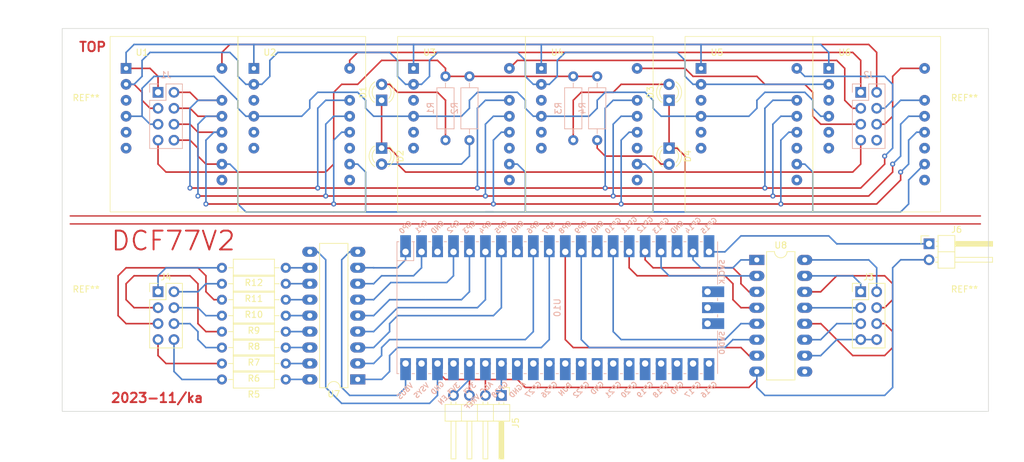
<source format=kicad_pcb>
(kicad_pcb (version 20221018) (generator pcbnew)
  (title_block (comment 4 "AISLER Project ID: VCJXLNYG"))
  (layers (0 "F.Cu" signal) (31 "B.Cu" signal) (34 "B.Paste" user) (35 "F.Paste" user) (36 "B.SilkS" user "B.Silkscreen") (37 "F.SilkS" user "F.Silkscreen") (38 "B.Mask" user) (39 "F.Mask" user) (44 "Edge.Cuts" user))
  (net 0 "")
  (net 1 "/CC7")
  (net 2 "Net-(D1-A)")
  (net 3 "Net-(D2-A)")
  (net 4 "Net-(D3-A)")
  (net 5 "Net-(D4-A)")
  (net 6 "/A")
  (net 7 "/B")
  (net 8 "/C")
  (net 9 "/D")
  (net 10 "/E")
  (net 11 "/F")
  (net 12 "/G")
  (net 13 "/DP")
  (net 14 "/CC1")
  (net 15 "/CC4")
  (net 16 "/CC2")
  (net 17 "/CC5")
  (net 18 "/CC3")
  (net 19 "/CC6")
  (net 21 "/DC1")
  (net 22 "/DC4")
  (net 23 "/DC2")
  (net 24 "/DC5")
  (net 25 "/DC3")
  (net 26 "/DC6")
  (net 27 "/DC7")
  (net 28 "Net-(U7-O8)")
  (net 29 "/DA")
  (net 30 "/DB")
  (net 31 "/DC")
  (net 32 "/DD")
  (net 33 "/DE")
  (net 34 "/DF")
  (net 35 "/DG")
  (net 36 "/DDP")
  (net 37 "Net-(J5-Pin_1)")
  (net 38 "GND")
  (net 39 "Net-(J5-Pin_4)")
  (net 40 "Net-(U7-O1)")
  (net 41 "Net-(U7-O2)")
  (net 42 "Net-(U7-O3)")
  (net 43 "Net-(U7-O4)")
  (net 44 "Net-(U7-O5)")
  (net 45 "Net-(U7-O6)")
  (net 46 "Net-(U7-O7)")
  (net 71 "/GP7")
  (net 72 "/GP8")
  (net 73 "/GP9")
  (net 74 "/GP10")
  (net 75 "/GP11")
  (net 76 "/GP12")
  (net 77 "/GP13")
  (net 78 "/GP14")
  (net 79 "VDD")
  (net 80 "/GP0")
  (net 81 "/GP1")
  (net 82 "/GP2")
  (net 83 "/GP3")
  (net 84 "/GP4")
  (net 85 "/GP5")
  (net 86 "/GP6")
  (net 92 "/GP15")
  (footprint "Resistor_THT:R_Axial_DIN0207_L6.3mm_D2.5mm_P10.16mm_Horizontal" (layer "F.Cu") (at 142.24 121.92 180)
    (fp_text reference "R6")
    (fp_text value "R")
  )
  (footprint "Package_DIP:DIP-18_W7.62mm_LongPads" (layer "F.Cu") (at 153.685 124.45 180)
    (fp_text reference "U7")
    (fp_text value "TBD62783A")
  )
  (footprint "Connector_PinHeader_2.54mm:PinHeader_1x04_P2.54mm_Horizontal" (layer "F.Cu") (at 176.53 127 -90)
    (fp_text reference "J5")
    (fp_text value "Conn_01x04_Pin")
  )
  (footprint "dcf77:SC08-11SWRA" (layer "F.Cu") (at 208.28 74.93)
    (fp_text reference "U5")
    (fp_text value "SC08-11SRWA")
  )
  (footprint "Connector_PinHeader_2.54mm:PinHeader_2x04_P2.54mm_Vertical" (layer "F.Cu") (at 121.92 110.49)
    (fp_text reference "J4")
    (fp_text value "Conn_02x04_Odd_Even")
  )
  (footprint "LED_THT:LED_D3.0mm" (layer "F.Cu") (at 203.2 87.63 -90)
    (fp_text reference "D4")
    (fp_text value "LED")
  )
  (footprint "MountingHole:MountingHole_3.2mm_M3" (layer "F.Cu") (at 110.49 83.82)
    (fp_text reference "REF**")
    (fp_text value "MountingHole_3.2mm_M3")
  )
  (footprint "MountingHole:MountingHole_3.2mm_M3" (layer "F.Cu") (at 250.19 114.3)
    (fp_text reference "REF**")
    (fp_text value "MountingHole_3.2mm_M3")
  )
  (footprint "LED_THT:LED_D3.0mm" (layer "F.Cu") (at 203.2 80.01 90)
    (fp_text reference "D3")
    (fp_text value "LED")
  )
  (footprint "Resistor_THT:R_Axial_DIN0207_L6.3mm_D2.5mm_P10.16mm_Horizontal" (layer "F.Cu") (at 142.24 111.76 180)
    (fp_text reference "R10")
    (fp_text value "R")
  )
  (footprint "Resistor_THT:R_Axial_DIN0207_L6.3mm_D2.5mm_P10.16mm_Horizontal" (layer "F.Cu") (at 142.24 109.22 180)
    (fp_text reference "R11")
    (fp_text value "R")
  )
  (footprint "dcf77:SC08-11SWRA" (layer "F.Cu") (at 137.16 74.93)
    (fp_text reference "U2")
    (fp_text value "SC08-11SRWA")
  )
  (footprint "dcf77:SC08-11SWRA" (layer "F.Cu") (at 116.84 74.93)
    (fp_text reference "U1")
    (fp_text value "SC08-11SRWA")
  )
  (footprint "Resistor_THT:R_Axial_DIN0207_L6.3mm_D2.5mm_P10.16mm_Horizontal" (layer "F.Cu") (at 142.24 119.38 180)
    (fp_text reference "R7")
    (fp_text value "R")
  )
  (footprint "Resistor_THT:R_Axial_DIN0207_L6.3mm_D2.5mm_P10.16mm_Horizontal" (layer "F.Cu") (at 142.24 114.3 180)
    (fp_text reference "R9")
    (fp_text value "R")
  )
  (footprint "MountingHole:MountingHole_3.2mm_M3" (layer "F.Cu") (at 250.19 83.82)
    (fp_text reference "REF**")
    (fp_text value "MountingHole_3.2mm_M3")
  )
  (footprint "dcf77:SC08-11SWRA" (layer "F.Cu") (at 228.6 74.93)
    (fp_text reference "U6")
    (fp_text value "SC08-11SRWA")
  )
  (footprint "Resistor_THT:R_Axial_DIN0207_L6.3mm_D2.5mm_P10.16mm_Horizontal" (layer "F.Cu") (at 142.24 116.84 180)
    (fp_text reference "R8")
    (fp_text value "R")
  )
  (footprint "Connector_PinHeader_2.54mm:PinHeader_2x04_P2.54mm_Vertical" (layer "F.Cu") (at 233.68 110.49)
    (fp_text reference "J3")
    (fp_text value "Conn_02x04_Odd_Even")
  )
  (footprint "Resistor_THT:R_Axial_DIN0207_L6.3mm_D2.5mm_P10.16mm_Horizontal" (layer "F.Cu") (at 142.24 106.68 180)
    (fp_text reference "R12")
    (fp_text value "R")
  )
  (footprint "LED_THT:LED_D3.0mm" (layer "F.Cu") (at 157.48 80.01 90)
    (fp_text reference "D1")
    (fp_text value "LED")
  )
  (footprint "Resistor_THT:R_Axial_DIN0207_L6.3mm_D2.5mm_P10.16mm_Horizontal" (layer "F.Cu") (at 142.24 124.46 180)
    (fp_text reference "R5")
    (fp_text value "R")
  )
  (footprint "dcf77:SC08-11SWRA" (layer "F.Cu") (at 162.56 74.93)
    (fp_text reference "U3")
    (fp_text value "SC08-11SRWA")
  )
  (footprint "LED_THT:LED_D3.0mm" (layer "F.Cu") (at 157.48 87.63 -90)
    (fp_text reference "D2")
    (fp_text value "LED")
  )
  (footprint "Connector_PinHeader_2.54mm:PinHeader_1x02_P2.54mm_Horizontal" (layer "F.Cu") (at 244.545 102.865)
    (fp_text reference "J6")
    (fp_text value "Conn_01x02")
  )
  (footprint "MountingHole:MountingHole_3.2mm_M3" (layer "F.Cu") (at 110.49 114.3)
    (fp_text reference "REF**")
    (fp_text value "MountingHole_3.2mm_M3")
  )
  (footprint "Package_DIP:DIP-16_W7.62mm_LongPads" (layer "F.Cu") (at 217.155 105.425)
    (fp_text reference "U8")
    (fp_text value "ULN2003A")
  )
  (footprint "dcf77:SC08-11SWRA" (layer "F.Cu") (at 182.88 74.93)
    (fp_text reference "U4")
    (fp_text value "SC08-11SRWA")
  )
  (footprint "Resistor_THT:R_Axial_DIN0207_L6.3mm_D2.5mm_P10.16mm_Horizontal" (layer "B.Cu") (at 167.64 76.2 -90)
    (fp_text reference "R1")
    (fp_text value "R")
  )
  (footprint "Resistor_THT:R_Axial_DIN0207_L6.3mm_D2.5mm_P10.16mm_Horizontal" (layer "B.Cu") (at 187.96 76.2 -90)
    (fp_text reference "R3")
    (fp_text value "R")
  )
  (footprint "Resistor_THT:R_Axial_DIN0207_L6.3mm_D2.5mm_P10.16mm_Horizontal" (layer "B.Cu") (at 191.77 76.2 -90)
    (fp_text reference "R4")
    (fp_text value "R")
  )
  (footprint "Connector_PinSocket_2.54mm:PinSocket_2x04_P2.54mm_Vertical" (layer "B.Cu") (at 121.92 78.74 180)
    (fp_text reference "J1")
    (fp_text value "Conn_02x04_Odd_Even")
  )
  (footprint "MCU_RaspberryPi_and_Boards:RPi_Pico_SMD_TH" (layer "B.Cu") (at 185.42 113.03 -90)
    (fp_text reference "U10")
    (fp_text value "Pico")
  )
  (footprint "Connector_PinSocket_2.54mm:PinSocket_2x04_P2.54mm_Vertical" (layer "B.Cu") (at 233.68 78.74 180)
    (fp_text reference "J2")
    (fp_text value "Conn_02x04_Odd_Even")
  )
  (footprint "Resistor_THT:R_Axial_DIN0207_L6.3mm_D2.5mm_P10.16mm_Horizontal" (layer "B.Cu") (at 171.45 76.2 -90)
    (fp_text reference "R2")
    (fp_text value "R")
  )
  (gr_line (start 107.95 98.425) (end 252.73 98.425) (stroke (width 0.2)) (layer "F.Cu"))
  (gr_line (start 107.95 99.695) (end 252.73 99.695) (stroke (width 0.2)) (layer "F.Cu"))
  (gr_rect (start 106.68 68.58) (end 254 129.54) (stroke (width 0.1)) (fill none) (layer "Edge.Cuts"))
  (gr_text "DCF77V2" (at 114.3 104.14) (layer "F.Cu") (effects (font (size 3 3) (thickness 0.3) bold) (justify left bottom)))
  (gr_text "2023-11/ka" (at 114.3 128.27) (layer "F.Cu") (effects (font (size 1.5 1.5) (thickness 0.3) bold) (justify left bottom)))
  (gr_text "TOP" (at 109.22 72.39) (layer "F.Cu") (effects (font (size 1.5 1.5) (thickness 0.3) bold) (justify left bottom)))
  (segment (start 158.75 87.63) (end 157.48 87.63) (width 0.25) (layer "F.Cu") (net 1))
  (segment (start 205.74 91.44) (end 161.29 91.44) (width 0.25) (layer "F.Cu") (net 1))
  (segment (start 233.68 86.36) (end 233.68 90.17) (width 0.25) (layer "F.Cu") (net 1))
  (segment (start 205.74 88.9) (end 205.74 91.44) (width 0.25) (layer "F.Cu") (net 1))
  (segment (start 160.02 88.9) (end 158.75 87.63) (width 0.25) (layer "F.Cu") (net 1))
  (segment (start 160.02 90.17) (end 160.02 88.9) (width 0.25) (layer "F.Cu") (net 1))
  (segment (start 203.2 87.63) (end 204.47 87.63) (width 0.25) (layer "F.Cu") (net 1))
  (segment (start 161.29 91.44) (end 160.02 90.17) (width 0.25) (layer "F.Cu") (net 1))
  (segment (start 203.2 80.01) (end 203.2 87.63) (width 0.25) (layer "F.Cu") (net 1))
  (segment (start 157.48 87.63) (end 157.48 80.01) (width 0.25) (layer "F.Cu") (net 1))
  (segment (start 204.47 87.63) (end 205.74 88.9) (width 0.25) (layer "F.Cu") (net 1))
  (segment (start 232.41 91.44) (end 205.74 91.44) (width 0.25) (layer "F.Cu") (net 1))
  (segment (start 233.68 90.17) (end 232.41 91.44) (width 0.25) (layer "F.Cu") (net 1))
  (segment (start 167.64 80.01) (end 166.37 78.74) (width 0.25) (layer "F.Cu") (net 2))
  (segment (start 160.02 78.74) (end 158.75 77.47) (width 0.25) (layer "F.Cu") (net 2))
  (segment (start 167.64 86.36) (end 167.64 80.01) (width 0.25) (layer "F.Cu") (net 2))
  (segment (start 166.37 78.74) (end 160.02 78.74) (width 0.25) (layer "F.Cu") (net 2))
  (segment (start 158.75 77.47) (end 157.48 77.47) (width 0.25) (layer "F.Cu") (net 2))
  (segment (start 171.45 86.36) (end 171.45 88.9) (width 0.25) (layer "B.Cu") (net 3))
  (segment (start 171.45 88.9) (end 170.18 90.17) (width 0.25) (layer "B.Cu") (net 3))
  (segment (start 170.18 90.17) (end 157.48 90.17) (width 0.25) (layer "B.Cu") (net 3))
  (segment (start 187.96 80.01) (end 187.96 86.36) (width 0.25) (layer "F.Cu") (net 4))
  (segment (start 195.58 77.47) (end 194.31 78.74) (width 0.25) (layer "F.Cu") (net 4))
  (segment (start 189.23 78.74) (end 187.96 80.01) (width 0.25) (layer "F.Cu") (net 4))
  (segment (start 194.31 78.74) (end 189.23 78.74) (width 0.25) (layer "F.Cu") (net 4))
  (segment (start 203.2 77.47) (end 195.58 77.47) (width 0.25) (layer "F.Cu") (net 4))
  (segment (start 203.2 90.17) (end 201.93 90.17) (width 0.25) (layer "F.Cu") (net 5))
  (segment (start 191.77 87.63) (end 191.77 86.36) (width 0.25) (layer "F.Cu") (net 5))
  (segment (start 193.04 88.9) (end 191.77 87.63) (width 0.25) (layer "F.Cu") (net 5))
  (segment (start 201.93 90.17) (end 200.66 88.9) (width 0.25) (layer "F.Cu") (net 5))
  (segment (start 200.66 88.9) (end 193.04 88.9) (width 0.25) (layer "F.Cu") (net 5))
  (segment (start 121.92 76.2) (end 120.65 74.93) (width 0.25) (layer "F.Cu") (net 6))
  (segment (start 120.65 74.93) (end 116.84 74.93) (width 0.25) (layer "F.Cu") (net 6))
  (segment (start 121.92 78.74) (end 121.92 76.2) (width 0.25) (layer "F.Cu") (net 6))
  (segment (start 208.28 74.93) (end 208.28 71.12) (width 0.25) (layer "B.Cu") (net 6))
  (segment (start 162.56 71.12) (end 137.16 71.12) (width 0.25) (layer "B.Cu") (net 6))
  (segment (start 228.6 74.93) (end 228.6 72.39) (width 0.25) (layer "B.Cu") (net 6))
  (segment (start 116.84 72.39) (end 116.84 74.93) (width 0.25) (layer "B.Cu") (net 6))
  (segment (start 228.6 72.39) (end 227.33 71.12) (width 0.25) (layer "B.Cu") (net 6))
  (segment (start 137.16 71.12) (end 118.11 71.12) (width 0.25) (layer "B.Cu") (net 6))
  (segment (start 208.28 71.12) (end 162.56 71.12) (width 0.25) (layer "B.Cu") (net 6))
  (segment (start 227.33 71.12) (end 208.28 71.12) (width 0.25) (layer "B.Cu") (net 6))
  (segment (start 137.16 74.93) (end 137.16 71.12) (width 0.25) (layer "B.Cu") (net 6))
  (segment (start 162.56 74.93) (end 162.56 71.12) (width 0.25) (layer "B.Cu") (net 6))
  (segment (start 118.11 71.12) (end 116.84 72.39) (width 0.25) (layer "B.Cu") (net 6))
  (segment (start 182.88 74.93) (end 182.88 71.12) (width 0.25) (layer "B.Cu") (net 6))
  (segment (start 193.04 93.98) (end 172.72 93.98) (width 0.25) (layer "F.Cu") (net 7))
  (segment (start 127 78.74) (end 128.27 80.01) (width 0.25) (layer "F.Cu") (net 7))
  (segment (start 147.32 93.98) (end 172.72 93.98) (width 0.25) (layer "F.Cu") (net 7))
  (segment (start 127 93.98) (end 147.32 93.98) (width 0.25) (layer "F.Cu") (net 7))
  (segment (start 237.49 88.9) (end 237.49 90.17) (width 0.25) (layer "F.Cu") (net 7))
  (segment (start 128.27 80.01) (end 132.08 80.01) (width 0.25) (layer "F.Cu") (net 7))
  (segment (start 233.68 93.98) (end 218.44 93.98) (width 0.25) (layer "F.Cu") (net 7))
  (segment (start 237.49 90.17) (end 233.68 93.98) (width 0.25) (layer "F.Cu") (net 7))
  (segment (start 124.46 78.74) (end 127 78.74) (width 0.25) (layer "F.Cu") (net 7))
  (segment (start 218.44 93.98) (end 193.04 93.98) (width 0.25) (layer "F.Cu") (net 7))
  (via (at 218.44 93.98) (size 0.8) (drill 0.4) (layers "F.Cu" "B.Cu") (net 7))
  (via (at 172.72 93.98) (size 0.8) (drill 0.4) (layers "F.Cu" "B.Cu") (net 7))
  (via (at 127 93.98) (size 0.8) (drill 0.4) (layers "F.Cu" "B.Cu") (net 7))
  (via (at 193.04 93.98) (size 0.8) (drill 0.4) (layers "F.Cu" "B.Cu") (net 7))
  (via (at 147.32 93.98) (size 0.8) (drill 0.4) (layers "F.Cu" "B.Cu") (net 7))
  (via (at 237.49 88.9) (size 0.8) (drill 0.4) (layers "F.Cu" "B.Cu") (net 7))
  (segment (start 238.76 87.63) (end 238.76 81.28) (width 0.25) (layer "B.Cu") (net 7))
  (segment (start 198.12 80.01) (end 194.31 80.01) (width 0.25) (layer "B.Cu") (net 7))
  (segment (start 173.99 80.01) (end 172.72 81.28) (width 0.25) (layer "B.Cu") (net 7))
  (segment (start 148.59 80.01) (end 147.32 81.28) (width 0.25) (layer "B.Cu") (net 7))
  (segment (start 223.52 80.01) (end 219.71 80.01) (width 0.25) (layer "B.Cu") (net 7))
  (segment (start 132.08 80.01) (end 128.27 80.01) (width 0.25) (layer "B.Cu") (net 7))
  (segment (start 152.4 80.01) (end 148.59 80.01) (width 0.25) (layer "B.Cu") (net 7))
  (segment (start 238.76 81.28) (end 240.03 80.01) (width 0.25) (layer "B.Cu") (net 7))
  (segment (start 128.27 80.01) (end 127 81.28) (width 0.25) (layer "B.Cu") (net 7))
  (segment (start 194.31 80.01) (end 193.04 81.28) (width 0.25) (layer "B.Cu") (net 7))
  (segment (start 193.04 81.28) (end 193.04 93.98) (width 0.25) (layer "B.Cu") (net 7))
  (segment (start 147.32 81.28) (end 147.32 93.98) (width 0.25) (layer "B.Cu") (net 7))
  (segment (start 240.03 80.01) (end 243.84 80.01) (width 0.25) (layer "B.Cu") (net 7))
  (segment (start 219.71 80.01) (end 218.44 81.28) (width 0.25) (layer "B.Cu") (net 7))
  (segment (start 237.49 88.9) (end 238.76 87.63) (width 0.25) (layer "B.Cu") (net 7))
  (segment (start 127 81.28) (end 127 93.98) (width 0.25) (layer "B.Cu") (net 7))
  (segment (start 172.72 81.28) (end 172.72 93.98) (width 0.25) (layer "B.Cu") (net 7))
  (segment (start 177.8 80.01) (end 173.99 80.01) (width 0.25) (layer "B.Cu") (net 7))
  (segment (start 218.44 81.28) (end 218.44 93.98) (width 0.25) (layer "B.Cu") (net 7))
  (segment (start 220.98 96.52) (end 195.58 96.52) (width 0.25) (layer "F.Cu") (net 8))
  (segment (start 127 83.82) (end 128.27 85.09) (width 0.25) (layer "F.Cu") (net 8))
  (segment (start 236.22 96.52) (end 220.98 96.52) (width 0.25) (layer "F.Cu") (net 8))
  (segment (start 240.03 92.71) (end 236.22 96.52) (width 0.25) (layer "F.Cu") (net 8))
  (segment (start 195.58 96.52) (end 175.26 96.52) (width 0.25) (layer "F.Cu") (net 8))
  (segment (start 240.03 91.44) (end 240.03 92.71) (width 0.25) (layer "F.Cu") (net 8))
  (segment (start 149.86 96.52) (end 175.26 96.52) (width 0.25) (layer "F.Cu") (net 8))
  (segment (start 124.46 83.82) (end 127 83.82) (width 0.25) (layer "F.Cu") (net 8))
  (segment (start 129.54 96.52) (end 149.86 96.52) (width 0.25) (layer "F.Cu") (net 8))
  (segment (start 128.27 85.09) (end 132.08 85.09) (width 0.25) (layer "F.Cu") (net 8))
  (via (at 129.54 96.52) (size 0.8) (drill 0.4) (layers "F.Cu" "B.Cu") (net 8))
  (via (at 220.98 96.52) (size 0.8) (drill 0.4) (layers "F.Cu" "B.Cu") (net 8))
  (via (at 195.58 96.52) (size 0.8) (drill 0.4) (layers "F.Cu" "B.Cu") (net 8))
  (via (at 149.86 96.52) (size 0.8) (drill 0.4) (layers "F.Cu" "B.Cu") (net 8))
  (via (at 240.03 91.44) (size 0.8) (drill 0.4) (layers "F.Cu" "B.Cu") (net 8))
  (via (at 175.26 96.52) (size 0.8) (drill 0.4) (layers "F.Cu" "B.Cu") (net 8))
  (segment (start 129.54 86.36) (end 129.54 96.52) (width 0.25) (layer "B.Cu") (net 8))
  (segment (start 132.08 85.09) (end 130.81 85.09) (width 0.25) (layer "B.Cu") (net 8))
  (segment (start 198.12 85.09) (end 196.85 85.09) (width 0.25) (layer "B.Cu") (net 8))
  (segment (start 220.98 96.52) (end 220.98 86.36) (width 0.25) (layer "B.Cu") (net 8))
  (segment (start 152.4 85.09) (end 151.13 85.09) (width 0.25) (layer "B.Cu") (net 8))
  (segment (start 176.53 85.09) (end 175.26 86.36) (width 0.25) (layer "B.Cu") (net 8))
  (segment (start 220.98 86.36) (end 222.25 85.09) (width 0.25) (layer "B.Cu") (net 8))
  (segment (start 175.26 86.36) (end 175.26 96.52) (width 0.25) (layer "B.Cu") (net 8))
  (segment (start 196.85 85.09) (end 195.58 86.36) (width 0.25) (layer "B.Cu") (net 8))
  (segment (start 242.57 85.09) (end 243.84 85.09) (width 0.25) (layer "B.Cu") (net 8))
  (segment (start 195.58 86.36) (end 195.58 96.52) (width 0.25) (layer "B.Cu") (net 8))
  (segment (start 222.25 85.09) (end 223.52 85.09) (width 0.25) (layer "B.Cu") (net 8))
  (segment (start 177.8 85.09) (end 176.53 85.09) (width 0.25) (layer "B.Cu") (net 8))
  (segment (start 241.3 86.36) (end 242.57 85.09) (width 0.25) (layer "B.Cu") (net 8))
  (segment (start 240.03 91.44) (end 241.3 90.17) (width 0.25) (layer "B.Cu") (net 8))
  (segment (start 151.13 85.09) (end 149.86 86.36) (width 0.25) (layer "B.Cu") (net 8))
  (segment (start 149.86 86.36) (end 149.86 96.52) (width 0.25) (layer "B.Cu") (net 8))
  (segment (start 241.3 90.17) (end 241.3 86.36) (width 0.25) (layer "B.Cu") (net 8))
  (segment (start 130.81 85.09) (end 129.54 86.36) (width 0.25) (layer "B.Cu") (net 8))
  (segment (start 128.27 88.9) (end 129.54 90.17) (width 0.25) (layer "F.Cu") (net 9))
  (segment (start 129.54 90.17) (end 132.08 90.17) (width 0.25) (layer "F.Cu") (net 9))
  (segment (start 127 86.36) (end 128.27 87.63) (width 0.25) (layer "F.Cu") (net 9))
  (segment (start 128.27 87.63) (end 128.27 88.9) (width 0.25) (layer "F.Cu") (net 9))
  (segment (start 124.46 86.36) (end 127 86.36) (width 0.25) (layer "F.Cu") (net 9))
  (segment (start 240.03 97.79) (end 241.3 96.52) (width 0.25) (layer "B.Cu") (net 9))
  (segment (start 154.94 97.79) (end 149.86 97.79) (width 0.25) (layer "B.Cu") (net 9))
  (segment (start 226.06 97.79) (end 240.03 97.79) (width 0.25) (layer "B.Cu") (net 9))
  (segment (start 200.66 97.79) (end 201.93 97.79) (width 0.25) (layer "B.Cu") (net 9))
  (segment (start 226.06 97.79) (end 195.58 97.79) (width 0.25) (layer "B.Cu") (net 9))
  (segment (start 199.39 90.17) (end 200.66 91.44) (width 0.25) (layer "B.Cu") (net 9))
  (segment (start 154.94 91.44) (end 154.94 97.79) (width 0.25) (layer "B.Cu") (net 9))
  (segment (start 226.06 91.44) (end 226.06 97.79) (width 0.25) (layer "B.Cu") (net 9))
  (segment (start 177.8 90.17) (end 179.07 90.17) (width 0.25) (layer "B.Cu") (net 9))
  (segment (start 180.34 97.79) (end 154.94 97.79) (width 0.25) (layer "B.Cu") (net 9))
  (segment (start 135.89 97.79) (end 134.62 96.52) (width 0.25) (layer "B.Cu") (net 9))
  (segment (start 224.79 90.17) (end 226.06 91.44) (width 0.25) (layer "B.Cu") (net 9))
  (segment (start 198.12 90.17) (end 199.39 90.17) (width 0.25) (layer "B.Cu") (net 9))
  (segment (start 180.34 91.44) (end 180.34 97.79) (width 0.25) (layer "B.Cu") (net 9))
  (segment (start 223.52 90.17) (end 224.79 90.17) (width 0.25) (layer "B.Cu") (net 9))
  (segment (start 200.66 91.44) (end 200.66 97.79) (width 0.25) (layer "B.Cu") (net 9))
  (segment (start 133.35 90.17) (end 132.08 90.17) (width 0.25) (layer "B.Cu") (net 9))
  (segment (start 134.62 96.52) (end 134.62 91.44) (width 0.25) (layer "B.Cu") (net 9))
  (segment (start 153.67 90.17) (end 154.94 91.44) (width 0.25) (layer "B.Cu") (net 9))
  (segment (start 152.4 90.17) (end 153.67 90.17) (width 0.25) (layer "B.Cu") (net 9))
  (segment (start 241.3 96.52) (end 241.3 92.71) (width 0.25) (layer "B.Cu") (net 9))
  (segment (start 195.58 97.79) (end 180.34 97.79) (width 0.25) (layer "B.Cu") (net 9))
  (segment (start 179.07 90.17) (end 180.34 91.44) (width 0.25) (layer "B.Cu") (net 9))
  (segment (start 149.86 97.79) (end 135.89 97.79) (width 0.25) (layer "B.Cu") (net 9))
  (segment (start 175.26 97.79) (end 173.99 97.79) (width 0.25) (layer "B.Cu") (net 9))
  (segment (start 134.62 91.44) (end 133.35 90.17) (width 0.25) (layer "B.Cu") (net 9))
  (segment (start 241.3 92.71) (end 243.84 90.17) (width 0.25) (layer "B.Cu") (net 9))
  (segment (start 201.93 82.55) (end 200.66 81.28) (width 0.25) (layer "B.Cu") (net 10))
  (segment (start 154.94 81.28) (end 154.94 80.01) (width 0.25) (layer "B.Cu") (net 10))
  (segment (start 228.6 82.55) (end 227.33 82.55) (width 0.25) (layer "B.Cu") (net 10))
  (segment (start 191.77 81.28) (end 190.5 82.55) (width 0.25) (layer "B.Cu") (net 10))
  (segment (start 181.61 82.55) (end 180.34 81.28) (width 0.25) (layer "B.Cu") (net 10))
  (segment (start 134.62 81.28) (end 134.62 80.01) (width 0.25) (layer "B.Cu") (net 10))
  (segment (start 119.38 82.55) (end 116.84 82.55) (width 0.25) (layer "B.Cu") (net 10))
  (segment (start 146.05 81.28) (end 144.78 82.55) (width 0.25) (layer "B.Cu") (net 10))
  (segment (start 172.72 78.74) (end 171.45 80.01) (width 0.25) (layer "B.Cu") (net 10))
  (segment (start 217.17 81.28) (end 215.9 82.55) (width 0.25) (layer "B.Cu") (net 10))
  (segment (start 147.32 78.74) (end 146.05 80.01) (width 0.25) (layer "B.Cu") (net 10))
  (segment (start 215.9 82.55) (end 208.28 82.55) (width 0.25) (layer "B.Cu") (net 10))
  (segment (start 156.21 82.55) (end 154.94 81.28) (width 0.25) (layer "B.Cu") (net 10))
  (segment (start 180.34 81.28) (end 180.34 80.01) (width 0.25) (layer "B.Cu") (net 10))
  (segment (start 200.66 81.28) (end 200.66 80.01) (width 0.25) (layer "B.Cu") (net 10))
  (segment (start 200.66 80.01) (end 199.39 78.74) (width 0.25) (layer "B.Cu") (net 10))
  (segment (start 144.78 82.55) (end 137.16 82.55) (width 0.25) (layer "B.Cu") (net 10))
  (segment (start 191.77 80.01) (end 191.77 81.28) (width 0.25) (layer "B.Cu") (net 10))
  (segment (start 162.56 82.55) (end 156.21 82.55) (width 0.25) (layer "B.Cu") (net 10))
  (segment (start 171.45 81.28) (end 170.18 82.55) (width 0.25) (layer "B.Cu") (net 10))
  (segment (start 208.28 82.55) (end 201.93 82.55) (width 0.25) (layer "B.Cu") (net 10))
  (segment (start 224.79 78.74) (end 218.44 78.74) (width 0.25) (layer "B.Cu") (net 10))
  (segment (start 135.89 82.55) (end 134.62 81.28) (width 0.25) (layer "B.Cu") (net 10))
  (segment (start 199.39 78.74) (end 193.04 78.74) (width 0.25) (layer "B.Cu") (net 10))
  (segment (start 193.04 78.74) (end 191.77 80.01) (width 0.25) (layer "B.Cu") (net 10))
  (segment (start 153.67 78.74) (end 147.32 78.74) (width 0.25) (layer "B.Cu") (net 10))
  (segment (start 179.07 78.74) (end 172.72 78.74) (width 0.25) (layer "B.Cu") (net 10))
  (segment (start 130.81 76.2) (end 121.286396 76.2) (width 0.25) (layer "B.Cu") (net 10))
  (segment (start 227.33 82.55) (end 226.06 81.28) (width 0.25) (layer "B.Cu") (net 10))
  (segment (start 119.38 78.106396) (end 119.38 82.55) (width 0.25) (layer "B.Cu") (net 10))
  (segment (start 154.94 80.01) (end 153.67 78.74) (width 0.25) (layer "B.Cu") (net 10))
  (segment (start 226.06 81.28) (end 226.06 80.01) (width 0.25) (layer "B.Cu") (net 10))
  (segment (start 121.286396 76.2) (end 119.38 78.106396) (width 0.25) (layer "B.Cu") (net 10))
  (segment (start 137.16 82.55) (end 135.89 82.55) (width 0.25) (layer "B.Cu") (net 10))
  (segment (start 120.65 83.82) (end 119.38 82.55) (width 0.25) (layer "B.Cu") (net 10))
  (segment (start 182.88 82.55) (end 181.61 82.55) (width 0.25) (layer "B.Cu") (net 10))
  (segment (start 146.05 80.01) (end 146.05 81.28) (width 0.25) (layer "B.Cu") (net 10))
  (segment (start 121.92 83.82) (end 120.65 83.82) (width 0.25) (layer "B.Cu") (net 10))
  (segment (start 218.44 78.74) (end 217.17 80.01) (width 0.25) (layer "B.Cu") (net 10))
  (segment (start 226.06 80.01) (end 224.79 78.74) (width 0.25) (layer "B.Cu") (net 10))
  (segment (start 217.17 80.01) (end 217.17 81.28) (width 0.25) (layer "B.Cu") (net 10))
  (segment (start 190.5 82.55) (end 182.88 82.55) (width 0.25) (layer "B.Cu") (net 10))
  (segment (start 180.34 80.01) (end 179.07 78.74) (width 0.25) (layer "B.Cu") (net 10))
  (segment (start 134.62 80.01) (end 130.81 76.2) (width 0.25) (layer "B.Cu") (net 10))
  (segment (start 171.45 80.01) (end 171.45 81.28) (width 0.25) (layer "B.Cu") (net 10))
  (segment (start 170.18 82.55) (end 162.56 82.55) (width 0.25) (layer "B.Cu") (net 10))
  (segment (start 119.38 80.01) (end 119.38 78.74) (width 0.25) (layer "F.Cu") (net 11))
  (segment (start 118.11 77.47) (end 116.84 77.47) (width 0.25) (layer "F.Cu") (net 11))
  (segment (start 120.65 81.28) (end 119.38 80.01) (width 0.25) (layer "F.Cu") (net 11))
  (segment (start 119.38 78.74) (end 118.11 77.47) (width 0.25) (layer "F.Cu") (net 11))
  (segment (start 121.92 81.28) (end 120.65 81.28) (width 0.25) (layer "F.Cu") (net 11))
  (segment (start 140.97 72.39) (end 158.75 72.39) (width 0.25) (layer "B.Cu") (net 11))
  (segment (start 180.34 76.2) (end 180.34 73.66) (width 0.25) (layer "B.Cu") (net 11))
  (segment (start 133.35 72.39) (end 134.62 73.66) (width 0.25) (layer "B.Cu") (net 11))
  (segment (start 118.11 77.47) (end 119.38 76.2) (width 0.25) (layer "B.Cu") (net 11))
  (segment (start 139.7 73.66) (end 140.97 72.39) (width 0.25) (layer "B.Cu") (net 11))
  (segment (start 160.02 73.66) (end 160.02 76.2) (width 0.25) (layer "B.Cu") (net 11))
  (segment (start 185.42 73.66) (end 185.42 76.2) (width 0.25) (layer "B.Cu") (net 11))
  (segment (start 181.61 77.47) (end 180.34 76.2) (width 0.25) (layer "B.Cu") (net 11))
  (segment (start 135.89 77.47) (end 137.16 77.47) (width 0.25) (layer "B.Cu") (net 11))
  (segment (start 228.6 77.47) (end 208.28 77.47) (width 0.25) (layer "B.Cu") (net 11))
  (segment (start 116.84 77.47) (end 118.11 77.47) (width 0.25) (layer "B.Cu") (net 11))
  (segment (start 134.62 76.2) (end 135.89 77.47) (width 0.25) (layer "B.Cu") (net 11))
  (segment (start 207.01 77.47) (end 205.74 76.2) (width 0.25) (layer "B.Cu") (net 11))
  (segment (start 208.28 77.47) (end 207.01 77.47) (width 0.25) (layer "B.Cu") (net 11))
  (segment (start 186.69 72.39) (end 185.42 73.66) (width 0.25) (layer "B.Cu") (net 11))
  (segment (start 165.1 73.66) (end 165.1 76.2) (width 0.25) (layer "B.Cu") (net 11))
  (segment (start 179.07 72.39) (end 166.37 72.39) (width 0.25) (layer "B.Cu") (net 11))
  (segment (start 205.74 76.2) (end 205.74 73.66) (width 0.25) (layer "B.Cu") (net 11))
  (segment (start 161.29 77.47) (end 162.56 77.47) (width 0.25) (layer "B.Cu") (net 11))
  (segment (start 163.83 77.47) (end 162.56 77.47) (width 0.25) (layer "B.Cu") (net 11))
  (segment (start 165.1 76.2) (end 163.83 77.47) (width 0.25) (layer "B.Cu") (net 11))
  (segment (start 166.37 72.39) (end 165.1 73.66) (width 0.25) (layer "B.Cu") (net 11))
  (segment (start 185.42 76.2) (end 184.15 77.47) (width 0.25) (layer "B.Cu") (net 11))
  (segment (start 182.88 77.47) (end 181.61 77.47) (width 0.25) (layer "B.Cu") (net 11))
  (segment (start 158.75 72.39) (end 160.02 73.66) (width 0.25) (layer "B.Cu") (net 11))
  (segment (start 119.38 73.66) (end 120.65 72.39) (width 0.25) (layer "B.Cu") (net 11))
  (segment (start 134.62 73.66) (end 134.62 76.2) (width 0.25) (layer "B.Cu") (net 11))
  (segment (start 119.38 76.2) (end 119.38 73.66) (width 0.25) (layer "B.Cu") (net 11))
  (segment (start 120.65 72.39) (end 133.35 72.39) (width 0.25) (layer "B.Cu") (net 11))
  (segment (start 205.74 73.66) (end 204.47 72.39) (width 0.25) (layer "B.Cu") (net 11))
  (segment (start 184.15 77.47) (end 182.88 77.47) (width 0.25) (layer "B.Cu") (net 11))
  (segment (start 180.34 73.66) (end 179.07 72.39) (width 0.25) (layer "B.Cu") (net 11))
  (segment (start 138.43 77.47) (end 139.7 76.2) (width 0.25) (layer "B.Cu") (net 11))
  (segment (start 204.47 72.39) (end 186.69 72.39) (width 0.25) (layer "B.Cu") (net 11))
  (segment (start 160.02 76.2) (end 161.29 77.47) (width 0.25) (layer "B.Cu") (net 11))
  (segment (start 137.16 77.47) (end 138.43 77.47) (width 0.25) (layer "B.Cu") (net 11))
  (segment (start 139.7 76.2) (end 139.7 73.66) (width 0.25) (layer "B.Cu") (net 11))
  (segment (start 124.46 81.28) (end 127 81.28) (width 0.25) (layer "F.Cu") (net 12))
  (segment (start 173.99 95.25) (end 194.31 95.25) (width 0.25) (layer "F.Cu") (net 12))
  (segment (start 238.76 90.17) (end 238.76 91.44) (width 0.25) (layer "F.Cu") (net 12))
  (segment (start 194.31 95.25) (end 219.71 95.25) (width 0.25) (layer "F.Cu") (net 12))
  (segment (start 127 81.28) (end 128.27 82.55) (width 0.25) (layer "F.Cu") (net 12))
  (segment (start 148.59 95.25) (end 173.99 95.25) (width 0.25) (layer "F.Cu") (net 12))
  (segment (start 238.76 91.44) (end 234.95 95.25) (width 0.25) (layer "F.Cu") (net 12))
  (segment (start 128.27 95.25) (end 148.59 95.25) (width 0.25) (layer "F.Cu") (net 12))
  (segment (start 234.95 95.25) (end 219.71 95.25) (width 0.25) (layer "F.Cu") (net 12))
  (segment (start 128.27 82.55) (end 132.08 82.55) (width 0.25) (layer "F.Cu") (net 12))
  (via (at 194.31 95.25) (size 0.8) (drill 0.4) (layers "F.Cu" "B.Cu") (net 12))
  (via (at 148.59 95.25) (size 0.8) (drill 0.4) (layers "F.Cu" "B.Cu") (net 12))
  (via (at 238.76 90.17) (size 0.8) (drill 0.4) (layers "F.Cu" "B.Cu") (net 12))
  (via (at 219.71 95.25) (size 0.8) (drill 0.4) (layers "F.Cu" "B.Cu") (net 12))
  (via (at 128.27 95.25) (size 0.8) (drill 0.4) (layers "F.Cu" "B.Cu") (net 12))
  (via (at 173.99 95.25) (size 0.8) (drill 0.4) (layers "F.Cu" "B.Cu") (net 12))
  (segment (start 177.8 82.55) (end 175.26 82.55) (width 0.25) (layer "B.Cu") (net 12))
  (segment (start 195.58 82.55) (end 194.31 83.82) (width 0.25) (layer "B.Cu") (net 12))
  (segment (start 220.98 82.55) (end 219.71 83.82) (width 0.25) (layer "B.Cu") (net 12))
  (segment (start 128.27 83.82) (end 128.27 95.25) (width 0.25) (layer "B.Cu") (net 12))
  (segment (start 198.12 82.55) (end 195.58 82.55) (width 0.25) (layer "B.Cu") (net 12))
  (segment (start 240.03 83.82) (end 241.3 82.55) (width 0.25) (layer "B.Cu") (net 12))
  (segment (start 238.76 90.17) (end 240.03 88.9) (width 0.25) (layer "B.Cu") (net 12))
  (segment (start 219.71 83.82) (end 219.71 95.25) (width 0.25) (layer "B.Cu") (net 12))
  (segment (start 175.26 82.55) (end 173.99 83.82) (width 0.25) (layer "B.Cu") (net 12))
  (segment (start 152.4 82.55) (end 149.86 82.55) (width 0.25) (layer "B.Cu") (net 12))
  (segment (start 173.99 83.82) (end 173.99 95.25) (width 0.25) (layer "B.Cu") (net 12))
  (segment (start 223.52 82.55) (end 220.98 82.55) (width 0.25) (layer "B.Cu") (net 12))
  (segment (start 194.31 83.82) (end 194.31 95.25) (width 0.25) (layer "B.Cu") (net 12))
  (segment (start 148.59 83.82) (end 148.59 95.25) (width 0.25) (layer "B.Cu") (net 12))
  (segment (start 132.08 82.55) (end 129.54 82.55) (width 0.25) (layer "B.Cu") (net 12))
  (segment (start 129.54 82.55) (end 128.27 83.82) (width 0.25) (layer "B.Cu") (net 12))
  (segment (start 241.3 82.55) (end 243.84 82.55) (width 0.25) (layer "B.Cu") (net 12))
  (segment (start 149.86 82.55) (end 148.59 83.82) (width 0.25) (layer "B.Cu") (net 12))
  (segment (start 240.03 88.9) (end 240.03 83.82) (width 0.25) (layer "B.Cu") (net 12))
  (segment (start 167.64 74.93) (end 166.37 73.66) (width 0.25) (layer "F.Cu") (net 13))
  (segment (start 171.45 76.2) (end 167.64 76.2) (width 0.25) (layer "F.Cu") (net 13))
  (segment (start 166.37 73.66) (end 157.48 73.66) (width 0.25) (layer "F.Cu") (net 13))
  (segment (start 157.48 73.66) (end 153.67 77.47) (width 0.25) (layer "F.Cu") (net 13))
  (segment (start 148.59 91.44) (end 123.19 91.44) (width 0.25) (layer "F.Cu") (net 13))
  (segment (start 149.86 90.17) (end 148.59 91.44) (width 0.25) (layer "F.Cu") (net 13))
  (segment (start 153.67 77.47) (end 151.13 77.47) (width 0.25) (layer "F.Cu") (net 13))
  (segment (start 149.86 78.74) (end 149.86 90.17) (width 0.25) (layer "F.Cu") (net 13))
  (segment (start 191.77 76.2) (end 187.96 76.2) (width 0.25) (layer "F.Cu") (net 13))
  (segment (start 187.96 76.2) (end 171.45 76.2) (width 0.25) (layer "F.Cu") (net 13))
  (segment (start 167.64 76.2) (end 167.64 74.93) (width 0.25) (layer "F.Cu") (net 13))
  (segment (start 121.92 90.17) (end 121.92 86.36) (width 0.25) (layer "F.Cu") (net 13))
  (segment (start 151.13 77.47) (end 149.86 78.74) (width 0.25) (layer "F.Cu") (net 13))
  (segment (start 123.19 91.44) (end 121.92 90.17) (width 0.25) (layer "F.Cu") (net 13))
  (segment (start 236.22 72.39) (end 234.95 71.12) (width 0.25) (layer "F.Cu") (net 14))
  (segment (start 234.95 71.12) (end 133.35 71.12) (width 0.25) (layer "F.Cu") (net 14))
  (segment (start 133.35 71.12) (end 132.08 72.39) (width 0.25) (layer "F.Cu") (net 14))
  (segment (start 132.08 72.39) (end 132.08 74.93) (width 0.25) (layer "F.Cu") (net 14))
  (segment (start 236.22 78.74) (end 236.22 72.39) (width 0.25) (layer "F.Cu") (net 14))
  (segment (start 207.01 76.2) (end 217.17 76.2) (width 0.25) (layer "F.Cu") (net 15))
  (segment (start 198.12 74.93) (end 205.74 74.93) (width 0.25) (layer "F.Cu") (net 15))
  (segment (start 205.74 74.93) (end 207.01 76.2) (width 0.25) (layer "F.Cu") (net 15))
  (segment (start 226.06 78.74) (end 226.06 82.55) (width 0.25) (layer "F.Cu") (net 15))
  (segment (start 224.79 77.47) (end 226.06 78.74) (width 0.25) (layer "F.Cu") (net 15))
  (segment (start 226.06 82.55) (end 227.33 83.82) (width 0.25) (layer "F.Cu") (net 15))
  (segment (start 218.44 77.47) (end 224.79 77.47) (width 0.25) (layer "F.Cu") (net 15))
  (segment (start 227.33 83.82) (end 233.68 83.82) (width 0.25) (layer "F.Cu") (net 15))
  (segment (start 217.17 76.2) (end 218.44 77.47) (width 0.25) (layer "F.Cu") (net 15))
  (segment (start 152.4 73.66) (end 153.67 72.39) (width 0.25) (layer "F.Cu") (net 16))
  (segment (start 232.41 72.39) (end 233.68 73.66) (width 0.25) (layer "F.Cu") (net 16))
  (segment (start 233.68 73.66) (end 233.68 78.74) (width 0.25) (layer "F.Cu") (net 16))
  (segment (start 152.4 74.93) (end 152.4 73.66) (width 0.25) (layer "F.Cu") (net 16))
  (segment (start 153.67 72.39) (end 232.41 72.39) (width 0.25) (layer "F.Cu") (net 16))
  (segment (start 237.49 81.28) (end 236.22 81.28) (width 0.25) (layer "B.Cu") (net 17))
  (segment (start 223.52 74.93) (end 224.79 76.2) (width 0.25) (layer "B.Cu") (net 17))
  (segment (start 238.76 80.01) (end 237.49 81.28) (width 0.25) (layer "B.Cu") (net 17))
  (segment (start 224.79 76.2) (end 237.49 76.2) (width 0.25) (layer "B.Cu") (net 17))
  (segment (start 238.76 77.47) (end 238.76 80.01) (width 0.25) (layer "B.Cu") (net 17))
  (segment (start 237.49 76.2) (end 238.76 77.47) (width 0.25) (layer "B.Cu") (net 17))
  (segment (start 232.41 81.28) (end 233.68 81.28) (width 0.25) (layer "F.Cu") (net 18))
  (segment (start 231.14 74.93) (end 231.14 80.01) (width 0.25) (layer "F.Cu") (net 18))
  (segment (start 231.14 80.01) (end 232.41 81.28) (width 0.25) (layer "F.Cu") (net 18))
  (segment (start 229.87 73.66) (end 231.14 74.93) (width 0.25) (layer "F.Cu") (net 18))
  (segment (start 179.07 73.66) (end 229.87 73.66) (width 0.25) (layer "F.Cu") (net 18))
  (segment (start 177.8 74.93) (end 179.07 73.66) (width 0.25) (layer "F.Cu") (net 18))
  (segment (start 236.22 83.82) (end 237.49 83.82) (width 0.25) (layer "F.Cu") (net 19))
  (segment (start 240.03 74.93) (end 243.84 74.93) (width 0.25) (layer "F.Cu") (net 19))
  (segment (start 237.49 83.82) (end 238.76 82.55) (width 0.25) (layer "F.Cu") (net 19))
  (segment (start 238.76 82.55) (end 238.76 76.2) (width 0.25) (layer "F.Cu") (net 19))
  (segment (start 238.76 76.2) (end 240.03 74.93) (width 0.25) (layer "F.Cu") (net 19))
  (segment (start 236.22 106.68) (end 236.22 110.49) (width 0.25) (layer "B.Cu") (net 21))
  (segment (start 234.935 105.425) (end 234.95 105.41) (width 0.25) (layer "B.Cu") (net 21))
  (segment (start 234.95 105.41) (end 236.22 106.68) (width 0.25) (layer "B.Cu") (net 21))
  (segment (start 224.775 105.425) (end 234.935 105.425) (width 0.25) (layer "B.Cu") (net 21))
  (segment (start 233.665 113.045) (end 233.68 113.03) (width 0.25) (layer "B.Cu") (net 22))
  (segment (start 224.775 113.045) (end 233.665 113.045) (width 0.25) (layer "B.Cu") (net 22))
  (segment (start 233.68 109.22) (end 233.68 110.49) (width 0.25) (layer "B.Cu") (net 23))
  (segment (start 232.395 107.965) (end 232.41 107.95) (width 0.25) (layer "B.Cu") (net 23))
  (segment (start 224.775 107.965) (end 232.395 107.965) (width 0.25) (layer "B.Cu") (net 23))
  (segment (start 232.41 107.95) (end 233.68 109.22) (width 0.25) (layer "B.Cu") (net 23))
  (segment (start 237.49 120.65) (end 238.76 119.38) (width 0.25) (layer "F.Cu") (net 24))
  (segment (start 238.76 116.84) (end 237.49 115.57) (width 0.25) (layer "F.Cu") (net 24))
  (segment (start 237.49 115.57) (end 236.22 115.57) (width 0.25) (layer "F.Cu") (net 24))
  (segment (start 227.315 115.585) (end 227.33 115.57) (width 0.25) (layer "F.Cu") (net 24))
  (segment (start 238.76 119.38) (end 238.76 116.84) (width 0.25) (layer "F.Cu") (net 24))
  (segment (start 224.775 115.585) (end 227.315 115.585) (width 0.25) (layer "F.Cu") (net 24))
  (segment (start 232.41 120.65) (end 237.49 120.65) (width 0.25) (layer "F.Cu") (net 24))
  (segment (start 227.33 115.57) (end 232.41 120.65) (width 0.25) (layer "F.Cu") (net 24))
  (segment (start 238.76 111.76) (end 237.49 113.03) (width 0.25) (layer "F.Cu") (net 25))
  (segment (start 227.315 110.505) (end 229.87 107.95) (width 0.25) (layer "F.Cu") (net 25))
  (segment (start 224.775 110.505) (end 227.315 110.505) (width 0.25) (layer "F.Cu") (net 25))
  (segment (start 238.76 109.22) (end 238.76 111.76) (width 0.25) (layer "F.Cu") (net 25))
  (segment (start 229.87 107.95) (end 237.49 107.95) (width 0.25) (layer "F.Cu") (net 25))
  (segment (start 237.49 113.03) (end 236.22 113.03) (width 0.25) (layer "F.Cu") (net 25))
  (segment (start 237.49 107.95) (end 238.76 109.22) (width 0.25) (layer "F.Cu") (net 25))
  (segment (start 229.87 115.57) (end 233.68 115.57) (width 0.25) (layer "B.Cu") (net 26))
  (segment (start 227.315 118.125) (end 229.87 115.57) (width 0.25) (layer "B.Cu") (net 26))
  (segment (start 224.775 118.125) (end 227.315 118.125) (width 0.25) (layer "B.Cu") (net 26))
  (segment (start 233.68 118.11) (end 236.22 118.11) (width 0.25) (layer "B.Cu") (net 27))
  (segment (start 224.775 120.665) (end 227.315 120.665) (width 0.25) (layer "B.Cu") (net 27))
  (segment (start 227.315 120.665) (end 229.87 118.11) (width 0.25) (layer "B.Cu") (net 27))
  (segment (start 229.87 118.11) (end 233.68 118.11) (width 0.25) (layer "B.Cu") (net 27))
  (segment (start 142.24 106.68) (end 146.055 106.68) (width 0.25) (layer "B.Cu") (net 28))
  (segment (start 146.055 106.68) (end 146.065 106.67) (width 0.25) (layer "B.Cu") (net 28))
  (segment (start 125.73 124.46) (end 124.46 123.19) (width 0.25) (layer "B.Cu") (net 29))
  (segment (start 132.08 124.46) (end 125.73 124.46) (width 0.25) (layer "B.Cu") (net 29))
  (segment (start 124.46 123.19) (end 124.46 118.11) (width 0.25) (layer "B.Cu") (net 29))
  (segment (start 121.92 120.65) (end 121.92 118.11) (width 0.25) (layer "F.Cu") (net 30))
  (segment (start 123.19 121.92) (end 121.92 120.65) (width 0.25) (layer "F.Cu") (net 30))
  (segment (start 132.08 121.92) (end 123.19 121.92) (width 0.25) (layer "F.Cu") (net 30))
  (segment (start 129.54 119.38) (end 128.27 118.11) (width 0.25) (layer "B.Cu") (net 31))
  (segment (start 127 115.57) (end 124.46 115.57) (width 0.25) (layer "B.Cu") (net 31))
  (segment (start 128.27 116.84) (end 127 115.57) (width 0.25) (layer "B.Cu") (net 31))
  (segment (start 128.27 118.11) (end 128.27 116.84) (width 0.25) (layer "B.Cu") (net 31))
  (segment (start 132.08 119.38) (end 129.54 119.38) (width 0.25) (layer "B.Cu") (net 31))
  (segment (start 118.11 113.03) (end 121.92 113.03) (width 0.25) (layer "F.Cu") (net 32))
  (segment (start 116.84 111.76) (end 118.11 113.03) (width 0.25) (layer "F.Cu") (net 32))
  (segment (start 128.27 115.57) (end 128.27 109.22) (width 0.25) (layer "F.Cu") (net 32))
  (segment (start 129.54 116.84) (end 128.27 115.57) (width 0.25) (layer "F.Cu") (net 32))
  (segment (start 128.27 109.22) (end 127 107.95) (width 0.25) (layer "F.Cu") (net 32))
  (segment (start 132.08 116.84) (end 129.54 116.84) (width 0.25) (layer "F.Cu") (net 32))
  (segment (start 118.11 107.95) (end 116.84 109.22) (width 0.25) (layer "F.Cu") (net 32))
  (segment (start 116.84 109.22) (end 116.84 111.76) (width 0.25) (layer "F.Cu") (net 32))
  (segment (start 127 107.95) (end 118.11 107.95) (width 0.25) (layer "F.Cu") (net 32))
  (segment (start 132.08 114.3) (end 129.54 114.3) (width 0.25) (layer "B.Cu") (net 33))
  (segment (start 129.54 114.3) (end 128.27 113.03) (width 0.25) (layer "B.Cu") (net 33))
  (segment (start 128.27 113.03) (end 124.46 113.03) (width 0.25) (layer "B.Cu") (net 33))
  (segment (start 130.81 111.76) (end 129.54 110.49) (width 0.25) (layer "F.Cu") (net 34))
  (segment (start 115.57 114.3) (end 116.84 115.57) (width 0.25) (layer "F.Cu") (net 34))
  (segment (start 115.57 107.95) (end 115.57 114.3) (width 0.25) (layer "F.Cu") (net 34))
  (segment (start 129.54 110.49) (end 129.54 107.95) (width 0.25) (layer "F.Cu") (net 34))
  (segment (start 132.08 111.76) (end 130.81 111.76) (width 0.25) (layer "F.Cu") (net 34))
  (segment (start 116.84 115.57) (end 121.92 115.57) (width 0.25) (layer "F.Cu") (net 34))
  (segment (start 129.54 107.95) (end 128.27 106.68) (width 0.25) (layer "F.Cu") (net 34))
  (segment (start 116.84 106.68) (end 115.57 107.95) (width 0.25) (layer "F.Cu") (net 34))
  (segment (start 128.27 106.68) (end 116.84 106.68) (width 0.25) (layer "F.Cu") (net 34))
  (segment (start 129.54 109.22) (end 128.27 110.49) (width 0.25) (layer "B.Cu") (net 35))
  (segment (start 128.27 110.49) (end 124.46 110.49) (width 0.25) (layer "B.Cu") (net 35))
  (segment (start 132.08 109.22) (end 129.54 109.22) (width 0.25) (layer "B.Cu") (net 35))
  (segment (start 123.19 106.68) (end 121.92 107.95) (width 0.25) (layer "B.Cu") (net 36))
  (segment (start 132.08 106.68) (end 123.19 106.68) (width 0.25) (layer "B.Cu") (net 36))
  (segment (start 121.92 107.95) (end 121.92 110.49) (width 0.25) (layer "B.Cu") (net 36))
  (segment (start 176.53 121.92) (end 176.53 127) (width 0.25) (layer "B.Cu") (net 37))
  (segment (start 173.99 124.46) (end 179.07 124.46) (width 0.25) (layer "F.Cu") (net 38))
  (segment (start 173.99 127) (end 173.99 124.46) (width 0.25) (layer "F.Cu") (net 38))
  (segment (start 179.07 124.46) (end 180.34 125.73) (width 0.25) (layer "F.Cu") (net 38))
  (segment (start 217.155 124.445) (end 217.155 123.205) (width 0.25) (layer "F.Cu") (net 38))
  (segment (start 166.37 123.19) (end 167.64 124.46) (width 0.25) (layer "F.Cu") (net 38))
  (segment (start 215.9 125.73) (end 217.17 124.46) (width 0.25) (layer "F.Cu") (net 38))
  (segment (start 180.34 125.73) (end 215.9 125.73) (width 0.25) (layer "F.Cu") (net 38))
  (segment (start 167.64 124.46) (end 171.45 124.46) (width 0.25) (layer "F.Cu") (net 38))
  (segment (start 166.37 121.92) (end 166.37 123.19) (width 0.25) (layer "F.Cu") (net 38))
  (segment (start 171.45 127) (end 171.45 124.46) (width 0.25) (layer "F.Cu") (net 38))
  (segment (start 171.45 124.46) (end 173.99 124.46) (width 0.25) (layer "F.Cu") (net 38))
  (segment (start 217.17 124.46) (end 217.155 124.445) (width 0.25) (layer "F.Cu") (net 38))
  (segment (start 217.155 123.205) (end 217.155 125.715) (width 0.25) (layer "B.Cu") (net 38))
  (segment (start 148.59 125.73) (end 151.13 128.27) (width 0.25) (layer "B.Cu") (net 38))
  (segment (start 147.31 104.13) (end 148.59 105.41) (width 0.25) (layer "B.Cu") (net 38))
  (segment (start 146.065 104.13) (end 147.31 104.13) (width 0.25) (layer "B.Cu") (net 38))
  (segment (start 238.76 106.68) (end 240.035 105.405) (width 0.25) (layer "B.Cu") (net 38))
  (segment (start 237.49 127) (end 238.76 125.73) (width 0.25) (layer "B.Cu") (net 38))
  (segment (start 148.59 105.41) (end 148.59 125.73) (width 0.25) (layer "B.Cu") (net 38))
  (segment (start 166.37 127) (end 166.37 121.92) (width 0.25) (layer "B.Cu") (net 38))
  (segment (start 240.035 105.405) (end 244.545 105.405) (width 0.25) (layer "B.Cu") (net 38))
  (segment (start 218.44 127) (end 237.49 127) (width 0.25) (layer "B.Cu") (net 38))
  (segment (start 238.76 125.73) (end 238.76 106.68) (width 0.25) (layer "B.Cu") (net 38))
  (segment (start 165.1 128.27) (end 166.37 127) (width 0.25) (layer "B.Cu") (net 38))
  (segment (start 217.155 125.715) (end 218.44 127) (width 0.25) (layer "B.Cu") (net 38))
  (segment (start 151.13 128.27) (end 165.1 128.27) (width 0.25) (layer "B.Cu") (net 38))
  (segment (start 171.45 124.46) (end 171.45 121.92) (width 0.25) (layer "B.Cu") (net 39))
  (segment (start 168.91 127) (end 171.45 124.46) (width 0.25) (layer "B.Cu") (net 39))
  (segment (start 142.25 124.45) (end 142.24 124.46) (width 0.25) (layer "B.Cu") (net 40))
  (segment (start 146.065 124.45) (end 142.25 124.45) (width 0.25) (layer "B.Cu") (net 40))
  (segment (start 142.24 121.92) (end 146.055 121.92) (width 0.25) (layer "B.Cu") (net 41))
  (segment (start 146.055 121.92) (end 146.065 121.91) (width 0.25) (layer "B.Cu") (net 41))
  (segment (start 146.065 119.37) (end 142.25 119.37) (width 0.25) (layer "B.Cu") (net 42))
  (segment (start 142.25 119.37) (end 142.24 119.38) (width 0.25) (layer "B.Cu") (net 42))
  (segment (start 142.24 116.84) (end 146.055 116.84) (width 0.25) (layer "B.Cu") (net 43))
  (segment (start 146.055 116.84) (end 146.065 116.83) (width 0.25) (layer "B.Cu") (net 43))
  (segment (start 142.25 114.29) (end 142.24 114.3) (width 0.25) (layer "B.Cu") (net 44))
  (segment (start 146.065 114.29) (end 142.25 114.29) (width 0.25) (layer "B.Cu") (net 44))
  (segment (start 146.055 111.76) (end 146.065 111.75) (width 0.25) (layer "B.Cu") (net 45))
  (segment (start 142.24 111.76) (end 146.055 111.76) (width 0.25) (layer "B.Cu") (net 45))
  (segment (start 142.25 109.21) (end 142.24 109.22) (width 0.25) (layer "B.Cu") (net 46))
  (segment (start 146.065 109.21) (end 142.25 109.21) (width 0.25) (layer "B.Cu") (net 46))
  (segment (start 153.68 124.45) (end 153.67 124.46) (width 0.25) (layer "F.Cu") (net 71))
  (segment (start 160.02 119.38) (end 182.88 119.38) (width 0.25) (layer "B.Cu") (net 71))
  (segment (start 158.75 123.19) (end 158.75 120.65) (width 0.25) (layer "B.Cu") (net 71))
  (segment (start 158.75 120.65) (end 160.02 119.38) (width 0.25) (layer "B.Cu") (net 71))
  (segment (start 182.88 119.38) (end 184.15 118.11) (width 0.25) (layer "B.Cu") (net 71))
  (segment (start 184.15 118.11) (end 184.15 104.14) (width 0.25) (layer "B.Cu") (net 71))
  (segment (start 157.49 124.45) (end 158.75 123.19) (width 0.25) (layer "B.Cu") (net 71))
  (segment (start 153.685 124.45) (end 157.49 124.45) (width 0.25) (layer "B.Cu") (net 71))
  (segment (start 214.63 119.38) (end 187.96 119.38) (width 0.25) (layer "F.Cu") (net 72))
  (segment (start 187.96 119.38) (end 186.69 118.11) (width 0.25) (layer "F.Cu") (net 72))
  (segment (start 215.915 120.665) (end 214.63 119.38) (width 0.25) (layer "F.Cu") (net 72))
  (segment (start 186.69 118.11) (end 186.69 104.14) (width 0.25) (layer "F.Cu") (net 72))
  (segment (start 217.155 120.665) (end 215.915 120.665) (width 0.25) (layer "F.Cu") (net 72))
  (segment (start 213.375 118.125) (end 213.36 118.11) (width 0.25) (layer "B.Cu") (net 73))
  (segment (start 190.5 119.38) (end 189.23 118.11) (width 0.25) (layer "B.Cu") (net 73))
  (segment (start 212.09 119.38) (end 190.5 119.38) (width 0.25) (layer "B.Cu") (net 73))
  (segment (start 217.155 118.125) (end 213.375 118.125) (width 0.25) (layer "B.Cu") (net 73))
  (segment (start 189.23 118.11) (end 189.23 104.14) (width 0.25) (layer "B.Cu") (net 73))
  (segment (start 213.36 118.11) (end 212.09 119.38) (width 0.25) (layer "B.Cu") (net 73))
  (segment (start 194.31 116.84) (end 194.31 104.14) (width 0.25) (layer "B.Cu") (net 74))
  (segment (start 215.9 115.57) (end 214.63 115.57) (width 0.25) (layer "B.Cu") (net 74))
  (segment (start 217.155 115.585) (end 215.915 115.585) (width 0.25) (layer "B.Cu") (net 74))
  (segment (start 195.58 118.11) (end 194.31 116.84) (width 0.25) (layer "B.Cu") (net 74))
  (segment (start 212.09 118.11) (end 195.58 118.11) (width 0.25) (layer "B.Cu") (net 74))
  (segment (start 214.63 115.57) (end 212.09 118.11) (width 0.25) (layer "B.Cu") (net 74))
  (segment (start 215.915 115.585) (end 215.9 115.57) (width 0.25) (layer "B.Cu") (net 74))
  (segment (start 217.155 113.045) (end 215.915 113.045) (width 0.25) (layer "F.Cu") (net 75))
  (segment (start 212.09 107.95) (end 198.12 107.95) (width 0.25) (layer "F.Cu") (net 75))
  (segment (start 214.63 113.03) (end 213.36 111.76) (width 0.25) (layer "F.Cu") (net 75))
  (segment (start 213.36 109.22) (end 212.09 107.95) (width 0.25) (layer "F.Cu") (net 75))
  (segment (start 198.12 107.95) (end 196.85 106.68) (width 0.25) (layer "F.Cu") (net 75))
  (segment (start 213.36 111.76) (end 213.36 109.22) (width 0.25) (layer "F.Cu") (net 75))
  (segment (start 215.9 113.03) (end 214.63 113.03) (width 0.25) (layer "F.Cu") (net 75))
  (segment (start 196.85 106.68) (end 196.85 104.14) (width 0.25) (layer "F.Cu") (net 75))
  (segment (start 215.915 113.045) (end 215.9 113.03) (width 0.25) (layer "F.Cu") (net 75))
  (segment (start 200.66 106.68) (end 199.39 105.41) (width 0.25) (layer "F.Cu") (net 76))
  (segment (start 213.36 106.68) (end 200.66 106.68) (width 0.25) (layer "F.Cu") (net 76))
  (segment (start 214.63 107.95) (end 213.36 106.68) (width 0.25) (layer "F.Cu") (net 76))
  (segment (start 215.915 110.505) (end 214.63 109.22) (width 0.25) (layer "F.Cu") (net 76))
  (segment (start 217.155 110.505) (end 215.915 110.505) (width 0.25) (layer "F.Cu") (net 76))
  (segment (start 214.63 109.22) (end 214.63 107.95) (width 0.25) (layer "F.Cu") (net 76))
  (segment (start 199.39 105.41) (end 199.39 104.14) (width 0.25) (layer "F.Cu") (net 76))
  (segment (start 201.93 106.68) (end 201.93 104.14) (width 0.25) (layer "B.Cu") (net 77))
  (segment (start 217.155 107.965) (end 203.215 107.965) (width 0.25) (layer "B.Cu") (net 77))
  (segment (start 203.215 107.965) (end 201.93 106.68) (width 0.25) (layer "B.Cu") (net 77))
  (segment (start 213.36 106.68) (end 208.28 106.68) (width 0.25) (layer "B.Cu") (net 78))
  (segment (start 207.01 105.41) (end 207.01 104.14) (width 0.25) (layer "B.Cu") (net 78))
  (segment (start 217.155 105.425) (end 214.615 105.425) (width 0.25) (layer "B.Cu") (net 78))
  (segment (start 208.28 106.68) (end 207.01 105.41) (width 0.25) (layer "B.Cu") (net 78))
  (segment (start 214.615 105.425) (end 213.36 106.68) (width 0.25) (layer "B.Cu") (net 78))
  (segment (start 151.13 105.41) (end 151.13 125.73) (width 0.25) (layer "B.Cu") (net 79))
  (segment (start 160.02 127) (end 161.29 125.73) (width 0.25) (layer "B.Cu") (net 79))
  (segment (start 153.685 104.13) (end 152.41 104.13) (width 0.25) (layer "B.Cu") (net 79))
  (segment (start 152.41 104.13) (end 151.13 105.41) (width 0.25) (layer "B.Cu") (net 79))
  (segment (start 151.13 125.73) (end 152.4 127) (width 0.25) (layer "B.Cu") (net 79))
  (segment (start 152.4 127) (end 160.02 127) (width 0.25) (layer "B.Cu") (net 79))
  (segment (start 161.29 125.73) (end 161.29 121.92) (width 0.25) (layer "B.Cu") (net 79))
  (segment (start 153.685 106.67) (end 156.2 106.67) (width 0.25) (layer "B.Cu") (net 80))
  (segment (start 160.02 106.68) (end 161.29 105.41) (width 0.25) (layer "B.Cu") (net 80))
  (segment (start 156.2 106.67) (end 156.21 106.68) (width 0.25) (layer "B.Cu") (net 80))
  (segment (start 161.29 105.41) (end 161.29 104.14) (width 0.25) (layer "B.Cu") (net 80))
  (segment (start 156.21 106.68) (end 160.02 106.68) (width 0.25) (layer "B.Cu") (net 80))
  (segment (start 156.2 109.21) (end 156.21 109.22) (width 0.25) (layer "B.Cu") (net 81))
  (segment (start 153.685 109.21) (end 156.2 109.21) (width 0.25) (layer "B.Cu") (net 81))
  (segment (start 163.83 106.68) (end 163.83 104.14) (width 0.25) (layer "B.Cu") (net 81))
  (segment (start 156.21 109.22) (end 157.48 107.95) (width 0.25) (layer "B.Cu") (net 81))
  (segment (start 162.56 107.95) (end 163.83 106.68) (width 0.25) (layer "B.Cu") (net 81))
  (segment (start 157.48 107.95) (end 162.56 107.95) (width 0.25) (layer "B.Cu") (net 81))
  (segment (start 158.94 109.03) (end 167.83 109.03) (width 0.25) (layer "B.Cu") (net 82))
  (segment (start 167.83 109.03) (end 168.91 107.95) (width 0.25) (layer "B.Cu") (net 82))
  (segment (start 153.685 111.75) (end 156.2 111.75) (width 0.25) (layer "B.Cu") (net 82))
  (segment (start 156.2 111.75) (end 156.21 111.76) (width 0.25) (layer "B.Cu") (net 82))
  (segment (start 156.21 111.76) (end 158.94 109.03) (width 0.25) (layer "B.Cu") (net 82))
  (segment (start 168.91 107.95) (end 168.91 104.14) (width 0.25) (layer "B.Cu") (net 82))
  (segment (start 170.18 111.76) (end 171.45 110.49) (width 0.25) (layer "B.Cu") (net 83))
  (segment (start 153.685 114.29) (end 156.2 114.29) (width 0.25) (layer "B.Cu") (net 83))
  (segment (start 156.2 114.29) (end 156.21 114.3) (width 0.25) (layer "B.Cu") (net 83))
  (segment (start 158.75 111.76) (end 170.18 111.76) (width 0.25) (layer "B.Cu") (net 83))
  (segment (start 171.45 110.49) (end 171.45 104.14) (width 0.25) (layer "B.Cu") (net 83))
  (segment (start 156.21 114.3) (end 158.75 111.76) (width 0.25) (layer "B.Cu") (net 83))
  (segment (start 172.72 113.03) (end 173.99 111.76) (width 0.25) (layer "B.Cu") (net 84))
  (segment (start 156.2 116.83) (end 156.21 116.84) (width 0.25) (layer "B.Cu") (net 84))
  (segment (start 160.02 113.03) (end 172.72 113.03) (width 0.25) (layer "B.Cu") (net 84))
  (segment (start 156.21 116.84) (end 160.02 113.03) (width 0.25) (layer "B.Cu") (net 84))
  (segment (start 173.99 111.76) (end 173.99 104.14) (width 0.25) (layer "B.Cu") (net 84))
  (segment (start 153.685 116.83) (end 156.2 116.83) (width 0.25) (layer "B.Cu") (net 84))
  (segment (start 154.93 119.37) (end 154.94 119.38) (width 0.25) (layer "B.Cu") (net 85))
  (segment (start 158.75 116.84) (end 158.75 115.57) (width 0.25) (layer "B.Cu") (net 85))
  (segment (start 160.02 114.3) (end 175.26 114.3) (width 0.25) (layer "B.Cu") (net 85))
  (segment (start 156.21 119.38) (end 158.75 116.84) (width 0.25) (layer "B.Cu") (net 85))
  (segment (start 175.26 114.3) (end 176.53 113.03) (width 0.25) (layer "B.Cu") (net 85))
  (segment (start 153.685 119.37) (end 154.93 119.37) (width 0.25) (layer "B.Cu") (net 85))
  (segment (start 176.53 113.03) (end 176.53 104.14) (width 0.25) (layer "B.Cu") (net 85))
  (segment (start 158.75 115.57) (end 160.02 114.3) (width 0.25) (layer "B.Cu") (net 85))
  (segment (start 154.94 119.38) (end 156.21 119.38) (width 0.25) (layer "B.Cu") (net 85))
  (segment (start 157.48 119.38) (end 158.75 118.11) (width 0.25) (layer "B.Cu") (net 86))
  (segment (start 180.34 118.11) (end 181.61 116.84) (width 0.25) (layer "B.Cu") (net 86))
  (segment (start 181.61 116.84) (end 181.61 104.14) (width 0.25) (layer "B.Cu") (net 86))
  (segment (start 158.75 118.11) (end 180.34 118.11) (width 0.25) (layer "B.Cu") (net 86))
  (segment (start 156.21 121.92) (end 157.48 120.65) (width 0.25) (layer "B.Cu") (net 86))
  (segment (start 153.685 121.91) (end 156.2 121.91) (width 0.25) (layer "B.Cu") (net 86))
  (segment (start 157.48 120.65) (end 157.48 119.38) (width 0.25) (layer "B.Cu") (net 86))
  (segment (start 156.2 121.91) (end 156.21 121.92) (width 0.25) (layer "B.Cu") (net 86))
  (segment (start 214.63 101.6) (end 228.6 101.6) (width 0.25) (layer "B.Cu") (net 92))
  (segment (start 229.875 102.865) (end 244.545 102.865) (width 0.25) (layer "B.Cu") (net 92))
  (segment (start 229.87 102.87) (end 229.875 102.865) (width 0.25) (layer "B.Cu") (net 92))
  (segment (start 212.09 104.14) (end 214.63 101.6) (width 0.25) (layer "B.Cu") (net 92))
  (segment (start 209.55 104.14) (end 212.09 104.14) (width 0.25) (layer "B.Cu") (net 92))
  (segment (start 228.6 101.6) (end 229.87 102.87) (width 0.25) (layer "B.Cu") (net 92))
)
</source>
